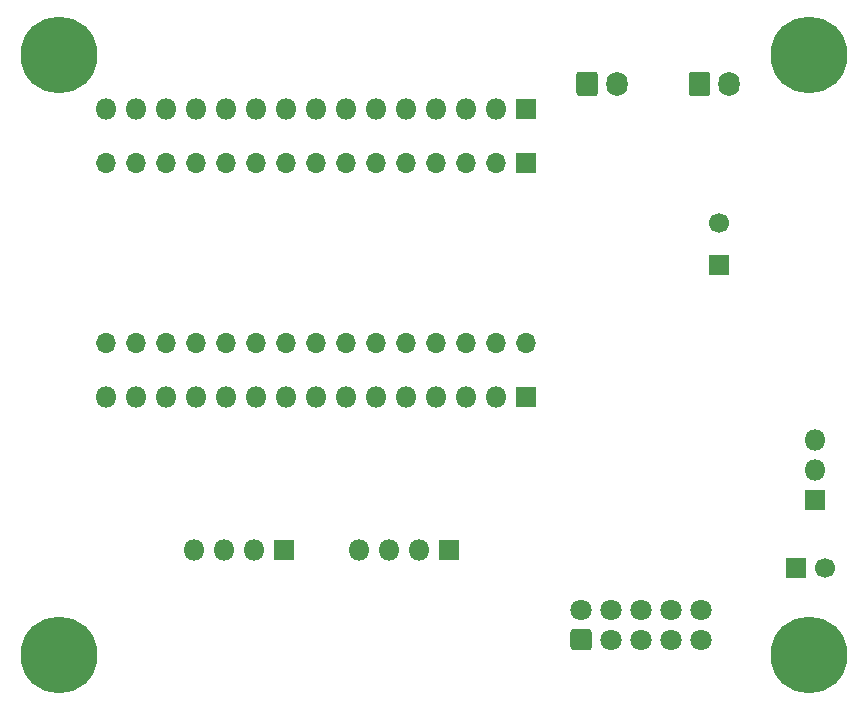
<source format=gbs>
G04 #@! TF.GenerationSoftware,KiCad,Pcbnew,(5.1.6)-1*
G04 #@! TF.CreationDate,2020-11-18T04:27:21-08:00*
G04 #@! TF.ProjectId,Logic Board RevA,4c6f6769-6320-4426-9f61-726420526576,rev?*
G04 #@! TF.SameCoordinates,Original*
G04 #@! TF.FileFunction,Soldermask,Bot*
G04 #@! TF.FilePolarity,Negative*
%FSLAX46Y46*%
G04 Gerber Fmt 4.6, Leading zero omitted, Abs format (unit mm)*
G04 Created by KiCad (PCBNEW (5.1.6)-1) date 2020-11-18 04:27:21*
%MOMM*%
%LPD*%
G01*
G04 APERTURE LIST*
%ADD10O,1.800000X1.800000*%
%ADD11R,1.800000X1.800000*%
%ADD12C,1.700000*%
%ADD13R,1.700000X1.700000*%
%ADD14O,1.700000X1.700000*%
%ADD15O,1.800000X2.100000*%
%ADD16C,0.900000*%
%ADD17C,6.500000*%
%ADD18C,1.800000*%
G04 APERTURE END LIST*
D10*
X132080000Y-121920000D03*
X134620000Y-121920000D03*
X137160000Y-121920000D03*
D11*
X139700000Y-121920000D03*
D10*
X146050000Y-121920000D03*
X148590000Y-121920000D03*
X151130000Y-121920000D03*
D11*
X153670000Y-121920000D03*
D12*
X185507000Y-123444000D03*
D13*
X183007000Y-123444000D03*
D14*
X124587000Y-104394000D03*
X124587000Y-89154000D03*
X160147000Y-104394000D03*
X127127000Y-89154000D03*
X157607000Y-104394000D03*
X129667000Y-89154000D03*
X155067000Y-104394000D03*
X132207000Y-89154000D03*
X152527000Y-104394000D03*
X134747000Y-89154000D03*
X149987000Y-104394000D03*
X137287000Y-89154000D03*
X147447000Y-104394000D03*
X139827000Y-89154000D03*
X144907000Y-104394000D03*
X142367000Y-89154000D03*
X142367000Y-104394000D03*
X144907000Y-89154000D03*
X139827000Y-104394000D03*
X147447000Y-89154000D03*
X137287000Y-104394000D03*
X149987000Y-89154000D03*
X134747000Y-104394000D03*
X152527000Y-89154000D03*
X132207000Y-104394000D03*
X155067000Y-89154000D03*
X129667000Y-104394000D03*
X157607000Y-89154000D03*
X127127000Y-104394000D03*
D13*
X160147000Y-89154000D03*
D10*
X124587000Y-108966000D03*
X127127000Y-108966000D03*
X129667000Y-108966000D03*
X132207000Y-108966000D03*
X134747000Y-108966000D03*
X137287000Y-108966000D03*
X139827000Y-108966000D03*
X142367000Y-108966000D03*
X144907000Y-108966000D03*
X147447000Y-108966000D03*
X149987000Y-108966000D03*
X152527000Y-108966000D03*
X155067000Y-108966000D03*
X157607000Y-108966000D03*
D11*
X160147000Y-108966000D03*
D12*
X176530000Y-94290000D03*
D13*
X176530000Y-97790000D03*
D10*
X124587000Y-84582000D03*
X127127000Y-84582000D03*
X129667000Y-84582000D03*
X132207000Y-84582000D03*
X134747000Y-84582000D03*
X137287000Y-84582000D03*
X139827000Y-84582000D03*
X142367000Y-84582000D03*
X144907000Y-84582000D03*
X147447000Y-84582000D03*
X149987000Y-84582000D03*
X152527000Y-84582000D03*
X155067000Y-84582000D03*
X157607000Y-84582000D03*
D11*
X160147000Y-84582000D03*
D15*
X167854000Y-82486500D03*
G36*
G01*
X164454000Y-83271794D02*
X164454000Y-81701206D01*
G75*
G02*
X164718706Y-81436500I264706J0D01*
G01*
X165989294Y-81436500D01*
G75*
G02*
X166254000Y-81701206I0J-264706D01*
G01*
X166254000Y-83271794D01*
G75*
G02*
X165989294Y-83536500I-264706J0D01*
G01*
X164718706Y-83536500D01*
G75*
G02*
X164454000Y-83271794I0J264706D01*
G01*
G37*
X177379000Y-82486500D03*
G36*
G01*
X173979000Y-83271794D02*
X173979000Y-81701206D01*
G75*
G02*
X174243706Y-81436500I264706J0D01*
G01*
X175514294Y-81436500D01*
G75*
G02*
X175779000Y-81701206I0J-264706D01*
G01*
X175779000Y-83271794D01*
G75*
G02*
X175514294Y-83536500I-264706J0D01*
G01*
X174243706Y-83536500D01*
G75*
G02*
X173979000Y-83271794I0J264706D01*
G01*
G37*
D10*
X184658000Y-112649000D03*
X184658000Y-115189000D03*
D11*
X184658000Y-117729000D03*
D16*
X185847056Y-129112944D03*
X184150000Y-128410000D03*
X182452944Y-129112944D03*
X181750000Y-130810000D03*
X182452944Y-132507056D03*
X184150000Y-133210000D03*
X185847056Y-132507056D03*
X186550000Y-130810000D03*
D17*
X184150000Y-130810000D03*
D16*
X122347056Y-129112944D03*
X120650000Y-128410000D03*
X118952944Y-129112944D03*
X118250000Y-130810000D03*
X118952944Y-132507056D03*
X120650000Y-133210000D03*
X122347056Y-132507056D03*
X123050000Y-130810000D03*
D17*
X120650000Y-130810000D03*
D16*
X185847056Y-78312944D03*
X184150000Y-77610000D03*
X182452944Y-78312944D03*
X181750000Y-80010000D03*
X182452944Y-81707056D03*
X184150000Y-82410000D03*
X185847056Y-81707056D03*
X186550000Y-80010000D03*
D17*
X184150000Y-80010000D03*
D16*
X122347056Y-78312944D03*
X120650000Y-77610000D03*
X118952944Y-78312944D03*
X118250000Y-80010000D03*
X118952944Y-81707056D03*
X120650000Y-82410000D03*
X122347056Y-81707056D03*
X123050000Y-80010000D03*
D17*
X120650000Y-80010000D03*
D18*
X175006000Y-127000000D03*
X172466000Y-127000000D03*
X169926000Y-127000000D03*
X167386000Y-127000000D03*
X164846000Y-127000000D03*
X175006000Y-129540000D03*
X172466000Y-129540000D03*
X169926000Y-129540000D03*
X167386000Y-129540000D03*
G36*
G01*
X165481294Y-130440000D02*
X164210706Y-130440000D01*
G75*
G02*
X163946000Y-130175294I0J264706D01*
G01*
X163946000Y-128904706D01*
G75*
G02*
X164210706Y-128640000I264706J0D01*
G01*
X165481294Y-128640000D01*
G75*
G02*
X165746000Y-128904706I0J-264706D01*
G01*
X165746000Y-130175294D01*
G75*
G02*
X165481294Y-130440000I-264706J0D01*
G01*
G37*
M02*

</source>
